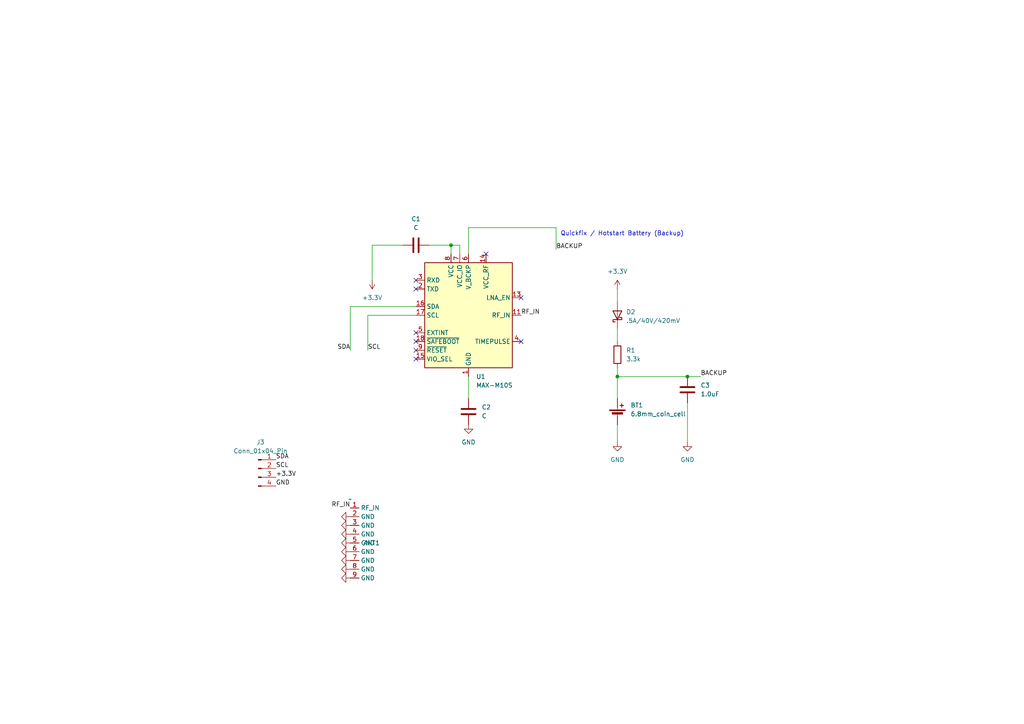
<source format=kicad_sch>
(kicad_sch (version 20230121) (generator eeschema)
  (paper "A4")
  (lib_symbols
    (symbol "Connector:Conn_01x04_Pin" (pin_names (offset 1.016) hide)
      (property "Reference" "J" (at 0 5.08 0))
      (property "Value" "Conn_01x04_Pin" (at 0 -7.62 0))
      (symbol "Conn_01x04_Pin_1_1"
        (polyline (pts (xy 1.27 -5.08) (xy 0.8636 -5.08)) (stroke (width 0.1524)))
        (polyline (pts (xy 1.27 -2.54) (xy 0.8636 -2.54)) (stroke (width 0.1524)))
        (polyline (pts (xy 1.27 0) (xy 0.8636 0)) (stroke (width 0.1524)))
        (polyline (pts (xy 1.27 2.54) (xy 0.8636 2.54)) (stroke (width 0.1524)))
        (rectangle (start 0.8636 -4.953) (end 0 -5.207) (stroke (width 0.1524)) (fill (type outline)))
        (rectangle (start 0.8636 -2.413) (end 0 -2.667) (stroke (width 0.1524)) (fill (type outline)))
        (rectangle (start 0.8636 0.127) (end 0 -0.127) (stroke (width 0.1524)) (fill (type outline)))
        (rectangle (start 0.8636 2.667) (end 0 2.413) (stroke (width 0.1524)) (fill (type outline)))
        (pin passive line (at 5.08 2.54 180) (length 3.81) (name "Pin_1") (number "1"))
        (pin passive line (at 5.08 0 180) (length 3.81) (name "Pin_2") (number "2"))
        (pin passive line (at 5.08 -2.54 180) (length 3.81) (name "Pin_3") (number "3"))
        (pin passive line (at 5.08 -5.08 180) (length 3.81) (name "Pin_4") (number "4"))
      )
    )
    (symbol "Device:Battery_Cell" (pin_numbers hide) (pin_names (offset 0) hide)
      (property "Reference" "BT" (at 2.54 2.54 0))
      (property "Value" "Battery_Cell" (at 2.54 0 0))
      (symbol "Battery_Cell_0_1"
        (rectangle (start -2.286 1.778) (end 2.286 1.524) (fill (type outline)))
        (rectangle (start -1.524 1.016) (end 1.524 0.508) (fill (type outline)))
        (polyline (pts (xy 0 0.762) (xy 0 0)))
        (polyline (pts (xy 0 1.778) (xy 0 2.54)))
        (polyline (pts (xy 0.762 3.048) (xy 1.778 3.048)) (stroke (width 0.254)))
        (polyline (pts (xy 1.27 3.556) (xy 1.27 2.54)) (stroke (width 0.254)))
      )
      (symbol "Battery_Cell_1_1"
        (pin passive line (at 0 5.08 270) (length 2.54) (name "+") (number "1"))
        (pin passive line (at 0 -2.54 90) (length 2.54) (name "-") (number "2"))
      )
    )
    (symbol "Device:C" (pin_numbers hide) (pin_names (offset 0.254))
      (property "Reference" "C" (at 0.635 2.54 0))
      (property "Value" "C" (at 0.635 -2.54 0))
      (symbol "C_0_1"
        (polyline (pts (xy -2.032 -0.762) (xy 2.032 -0.762)) (stroke (width 0.508)))
        (polyline (pts (xy -2.032 0.762) (xy 2.032 0.762)) (stroke (width 0.508)))
      )
      (symbol "C_1_1"
        (pin passive line (at 0 3.81 270) (length 2.794) (name "~") (number "1"))
        (pin passive line (at 0 -3.81 90) (length 2.794) (name "~") (number "2"))
      )
    )
    (symbol "Device:D_Schottky" (pin_numbers hide) (pin_names (offset 1.016) hide)
      (property "Reference" "D" (at 0 2.54 0))
      (property "Value" "D_Schottky" (at 0 -2.54 0))
      (symbol "D_Schottky_0_1"
        (polyline (pts (xy 1.27 0) (xy -1.27 0)))
        (polyline (pts (xy 1.27 1.27) (xy 1.27 -1.27) (xy -1.27 0) (xy 1.27 1.27)) (stroke (width 0.254)))
        (polyline (pts (xy -1.905 0.635) (xy -1.905 1.27) (xy -1.27 1.27) (xy -1.27 -1.27) (xy -0.635 -1.27) (xy -0.635 -0.635)) (stroke (width 0.254)))
      )
      (symbol "D_Schottky_1_1"
        (pin passive line (at -3.81 0 0) (length 2.54) (name "K") (number "1"))
        (pin passive line (at 3.81 0 180) (length 2.54) (name "A") (number "2"))
      )
    )
    (symbol "Device:R" (pin_numbers hide) (pin_names (offset 0))
      (property "Reference" "R" (at 2.032 0 90))
      (property "Value" "R" (at 0 0 90))
      (symbol "R_0_1"
        (rectangle (start -1.016 -2.54) (end 1.016 2.54) (stroke (width 0.254)))
      )
      (symbol "R_1_1"
        (pin passive line (at 0 3.81 270) (length 1.27) (name "~") (number "1"))
        (pin passive line (at 0 -3.81 90) (length 1.27) (name "~") (number "2"))
      )
    )
    (symbol "Patch Antenna (Symbol):SGGP.12.A.02"
      (property "Reference" "ANT1" (at 0 0 0))
      (symbol "SGGP.12.A.02_1_1"
        (pin input line (at 0 -2.54 0) (length 2.54) (name "RF_IN") (number "1"))
        (pin input line (at 0 -5.08 0) (length 2.54) (name "GND") (number "2"))
        (pin input line (at 0 -7.62 0) (length 2.54) (name "GND") (number "3"))
        (pin input line (at 0 -10.16 0) (length 2.54) (name "GND") (number "4"))
        (pin input line (at 0 -12.7 0) (length 2.54) (name "GND") (number "5"))
        (pin input line (at 0 -15.24 0) (length 2.54) (name "GND") (number "6"))
        (pin input line (at 0 -17.78 0) (length 2.54) (name "GND") (number "7"))
        (pin input line (at 0 -20.32 0) (length 2.54) (name "GND") (number "8"))
        (pin input line (at 0 -22.86 0) (length 2.54) (name "GND") (number "9"))
      )
    )
    (symbol "RF_GPS:MAX-M10S"
      (property "Reference" "U" (at -10.16 16.51 0))
      (property "Value" "MAX-M10S" (at 11.43 16.51 0))
      (symbol "MAX-M10S_0_1"
        (rectangle (start 12.7 15.24) (end -12.7 -15.24) (stroke (width 0.254)) (fill (type background)))
      )
      (symbol "MAX-M10S_1_1"
        (pin power_in line (at 0 -17.78 90) (length 2.54) (name "GND") (number "1"))
        (pin passive line (at 0 -17.78 90) (length 2.54) hide (name "GND") (number "10"))
        (pin input line (at 15.24 0 180) (length 2.54) (name "RF_IN") (number "11"))
        (pin passive line (at 0 -17.78 90) (length 2.54) hide (name "GND") (number "12"))
        (pin output line (at 15.24 5.08 180) (length 2.54) (name "LNA_EN") (number "13"))
        (pin power_out line (at 5.08 17.78 270) (length 2.54) (name "VCC_RF") (number "14"))
        (pin input line (at -15.24 -12.7 0) (length 2.54) (name "VIO_SEL") (number "15"))
        (pin bidirectional line (at -15.24 2.54 0) (length 2.54) (name "SDA") (number "16"))
        (pin input line (at -15.24 0 0) (length 2.54) (name "SCL") (number "17"))
        (pin input line (at -15.24 -7.62 0) (length 2.54) (name "~{SAFEBOOT}") (number "18"))
        (pin output line (at -15.24 7.62 0) (length 2.54) (name "TXD") (number "2"))
        (pin input line (at -15.24 10.16 0) (length 2.54) (name "RXD") (number "3"))
        (pin output line (at 15.24 -7.62 180) (length 2.54) (name "TIMEPULSE") (number "4"))
        (pin input line (at -15.24 -5.08 0) (length 2.54) (name "EXTINT") (number "5"))
        (pin power_in line (at 0 17.78 270) (length 2.54) (name "V_BCKP") (number "6"))
        (pin power_in line (at -2.54 17.78 270) (length 2.54) (name "VCC_IO") (number "7"))
        (pin power_in line (at -5.08 17.78 270) (length 2.54) (name "VCC") (number "8"))
        (pin input line (at -15.24 -10.16 0) (length 2.54) (name "~{RESET}") (number "9"))
      )
    )
    (symbol "power:+3.3V" (power) (pin_names (offset 0))
      (property "Value" "+3.3V" (at 0 3.556 0))
      (symbol "+3.3V_0_1"
        (polyline (pts (xy -0.762 1.27) (xy 0 2.54)))
        (polyline (pts (xy 0 0) (xy 0 2.54)))
        (polyline (pts (xy 0 2.54) (xy 0.762 1.27)))
      )
      (symbol "+3.3V_1_1"
        (pin power_in line (at 0 0 90) (length 0) hide (name "+3.3V") (number "1"))
      )
    )
    (symbol "power:GND" (power) (pin_names (offset 0))
      (property "Value" "GND" (at 0 -3.81 0))
      (symbol "GND_0_1"
        (polyline (pts (xy 0 0) (xy 0 -1.27) (xy 1.27 -1.27) (xy 0 -2.54) (xy -1.27 -1.27) (xy 0 -1.27)))
      )
      (symbol "GND_1_1"
        (pin power_in line (at 0 0 270) (length 0) hide (name "GND") (number "1"))
      )
    )
  )
  (junction (at 179.07 109.22))
  (junction (at 199.39 109.22))
  (junction (at 130.81 71.12))
  (no_connect (at 140.97 73.66))
  (no_connect (at 120.65 81.28))
  (no_connect (at 120.65 96.52))
  (no_connect (at 151.13 86.36))
  (no_connect (at 120.65 83.82))
  (no_connect (at 120.65 99.06))
  (no_connect (at 151.13 99.06))
  (no_connect (at 120.65 101.6))
  (no_connect (at 120.65 104.14))
  (wire (pts (xy 120.65 91.44) (xy 106.68 91.44)))
  (wire (pts (xy 179.07 83.82) (xy 179.07 87.63)))
  (wire (pts (xy 199.39 116.84) (xy 199.39 128.27)))
  (wire (pts (xy 106.68 91.44) (xy 106.68 101.6)))
  (wire (pts (xy 161.29 66.04) (xy 161.29 72.39)))
  (wire (pts (xy 130.81 71.12) (xy 133.35 71.12)))
  (wire (pts (xy 179.07 109.22) (xy 199.39 109.22)))
  (wire (pts (xy 107.95 71.12) (xy 107.95 81.28)))
  (wire (pts (xy 199.39 109.22) (xy 203.2 109.22)))
  (wire (pts (xy 179.07 109.22) (xy 179.07 115.57)))
  (wire (pts (xy 130.81 71.12) (xy 130.81 73.66)))
  (wire (pts (xy 116.84 71.12) (xy 107.95 71.12)))
  (wire (pts (xy 135.89 66.04) (xy 161.29 66.04)))
  (wire (pts (xy 130.81 71.12) (xy 124.46 71.12)))
  (wire (pts (xy 133.35 71.12) (xy 133.35 73.66)))
  (wire (pts (xy 120.65 88.9) (xy 101.6 88.9)))
  (wire (pts (xy 135.89 109.22) (xy 135.89 115.57)))
  (wire (pts (xy 179.07 95.25) (xy 179.07 99.06)))
  (wire (pts (xy 101.6 88.9) (xy 101.6 101.6)))
  (wire (pts (xy 135.89 73.66) (xy 135.89 66.04)))
  (wire (pts (xy 179.07 123.19) (xy 179.07 128.27)))
  (wire (pts (xy 179.07 106.68) (xy 179.07 109.22)))
  (text "Quickfix / Hotstart Battery (Backup)\n" (at 162.56 68.58 0) (effects (font (size 1.27 1.27)) (justify left bottom)))
  (label "BACKUP" (at 161.29 72.39 0))
  (label "SCL" (at 80.01 135.89 0))
  (label "RF_IN" (at 101.6 147.32 180))
  (label "GND" (at 80.01 140.97 0))
  (label "SDA" (at 101.6 101.6 180))
  (label "BACKUP" (at 203.2 109.22 0))
  (label "+3.3V" (at 80.01 138.43 0))
  (label "SDA" (at 80.01 133.35 0))
  (label "RF_IN" (at 151.13 91.44 0))
  (label "SCL" (at 106.68 101.6 0))
  (symbol (lib_id "Device:D_Schottky") (at 179.07 91.44 90) (unit 1)
    (property "Reference" "D2" (at 181.61 90.4875 90) (effects (justify right)))
    (property "Value" ".5A/40V/420mV" (at 181.61 93.0275 90) (effects (justify right)))
    (property "Footprint" "Diode_SMD:D_0805_2012Metric" (effects hide))
  )
  (symbol (lib_id "power:GND") (at 101.6 152.4 270) (unit 1)
    (property "Reference" "#PWR07" (effects hide))
    (property "Value" "GND" (effects hide))
  )
  (symbol (lib_id "power:+3.3V") (at 107.95 81.28 180) (unit 1)
    (property "Reference" "#PWR01" (effects hide))
    (property "Value" "+3.3V" (at 107.95 86.36 0))
  )
  (symbol (lib_id "power:GND") (at 101.6 160.02 270) (unit 1)
    (property "Reference" "#PWR010" (effects hide))
    (property "Value" "GND" (effects hide))
  )
  (symbol (lib_id "Patch Antenna (Symbol):SGGP.12.A.02") (at 101.6 144.78 0) (unit 1)
    (property "Reference" "ANT1" (at 105.41 157.48 0) (effects (justify left)))
    (property "Value" "~" (at 101.6 144.78 0))
    (property "Footprint" "PatchAntenna:SGGP.12.A" (effects hide))
  )
  (symbol (lib_id "Device:Battery_Cell") (at 179.07 120.65 0) (unit 1)
    (property "Reference" "BT1" (at 182.88 117.5385 0) (effects (justify left)))
    (property "Value" "6.8mm_coin_cell" (at 182.88 120.0785 0) (effects (justify left)))
    (property "Footprint" "Battery:BatteryHolder_Seiko_MS621F" (effects hide))
  )
  (symbol (lib_id "power:GND") (at 101.6 154.94 270) (unit 1)
    (property "Reference" "#PWR08" (effects hide))
    (property "Value" "GND" (effects hide))
  )
  (symbol (lib_id "power:GND") (at 101.6 162.56 270) (unit 1)
    (property "Reference" "#PWR011" (effects hide))
    (property "Value" "GND" (effects hide))
  )
  (symbol (lib_id "power:GND") (at 199.39 128.27 0) (unit 1)
    (property "Reference" "#PWR04" (effects hide))
    (property "Value" "GND" (at 199.39 133.35 0))
  )
  (symbol (lib_id "power:GND") (at 101.6 165.1 270) (unit 1)
    (property "Reference" "#PWR012" (effects hide))
    (property "Value" "GND" (effects hide))
  )
  (symbol (lib_id "Connector:Conn_01x04_Pin") (at 74.93 135.89 0) (unit 1)
    (property "Reference" "J3" (at 75.565 128.27 0))
    (property "Value" "Conn_01x04_Pin" (at 75.565 130.81 0))
    (property "Footprint" "Connector_PinHeader_2.54mm:PinHeader_1x04_P2.54mm_Vertical" (effects hide))
  )
  (symbol (lib_id "Device:C") (at 199.39 113.03 0) (unit 1)
    (property "Reference" "C3" (at 203.2 111.76 0) (effects (justify left)))
    (property "Value" "1.0uF" (at 203.2 114.3 0) (effects (justify left)))
    (property "Footprint" "Capacitor_SMD:C_0805_2012Metric" (effects hide))
  )
  (symbol (lib_id "power:GND") (at 101.6 167.64 270) (unit 1)
    (property "Reference" "#PWR013" (effects hide))
    (property "Value" "GND" (effects hide))
  )
  (symbol (lib_id "power:+3.3V") (at 179.07 83.82 0) (unit 1)
    (property "Reference" "#PWR03" (effects hide))
    (property "Value" "+3.3V" (at 179.07 78.74 0))
  )
  (symbol (lib_id "power:GND") (at 101.6 157.48 270) (unit 1)
    (property "Reference" "#PWR09" (effects hide))
    (property "Value" "GND" (effects hide))
  )
  (symbol (lib_id "Device:C") (at 135.89 119.38 0) (unit 1)
    (property "Reference" "C2" (at 139.7 118.11 0) (effects (justify left)))
    (property "Value" "C" (at 139.7 120.65 0) (effects (justify left)))
    (property "Footprint" "Capacitor_SMD:C_0805_2012Metric" (effects hide))
  )
  (symbol (lib_id "RF_GPS:MAX-M10S") (at 135.89 91.44 0) (unit 1)
    (property "Reference" "U1" (at 138.0841 109.22 0) (effects (justify left)))
    (property "Value" "MAX-M10S" (at 138.0841 111.76 0) (effects (justify left)))
    (property "Footprint" "RF_GPS:ublox_MAX" (effects hide))
    (property "Datasheet" "https://content.u-blox.com/sites/default/files/MAX-M10S_DataSheet_UBX-20035208.pdf" (effects hide))
  )
  (symbol (lib_id "power:GND") (at 179.07 128.27 0) (unit 1)
    (property "Reference" "#PWR05" (effects hide))
    (property "Value" "GND" (at 179.07 133.35 0))
  )
  (symbol (lib_id "Device:R") (at 179.07 102.87 0) (unit 1)
    (property "Reference" "R1" (at 181.61 101.6 0) (effects (justify left)))
    (property "Value" "3.3k" (at 181.61 104.14 0) (effects (justify left)))
    (property "Footprint" "Resistor_SMD:R_0805_2012Metric" (effects hide))
  )
  (symbol (lib_id "power:GND") (at 135.89 123.19 0) (unit 1)
    (property "Reference" "#PWR02" (effects hide))
    (property "Value" "GND" (at 135.89 128.27 0))
  )
  (symbol (lib_id "Device:C") (at 120.65 71.12 90) (unit 1)
    (property "Reference" "C1" (at 120.65 63.5 90))
    (property "Value" "C" (at 120.65 66.04 90))
    (property "Footprint" "Capacitor_SMD:C_0805_2012Metric" (effects hide))
  )
  (symbol (lib_id "power:GND") (at 101.6 149.86 270) (unit 1)
    (property "Reference" "#PWR06" (effects hide))
    (property "Value" "GND" (effects hide))
  )
)
</source>
